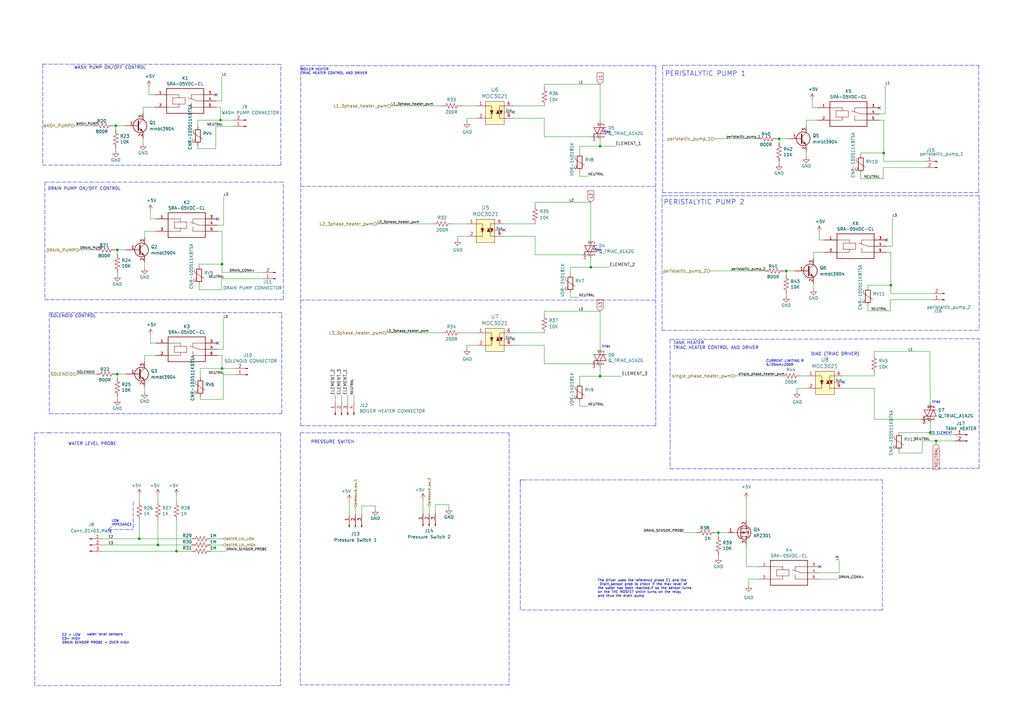
<source format=kicad_sch>
(kicad_sch (version 20211123) (generator eeschema)
  (paper "A3")
  (title_block (title "DISHWASHER") (date "2022-02-01") (rev "1") (company "STEEL FORM") (comment 2 "Reviewed by:") (comment 3 "Designed by: Robert Mutura Macharia") (comment 4 "STEEL FORM - DISHWASHER"))
  (junction (at 91.059 151.13))
  (junction (at 90.424 49.276))
  (junction (at 246.126 154.305))
  (junction (at 319.532 56.896))
  (junction (at 64.77 223.52))
  (junction (at 365.379 116.967))
  (junction (at 48.133 102.489))
  (junction (at 381.508 177.419))
  (junction (at 57.15 220.98))
  (junction (at 294.64 218.44))
  (junction (at 362.458 62.738))
  (junction (at 91.059 108.331))
  (junction (at 47.498 51.562))
  (junction (at 322.453 111.125))
  (junction (at 383.921 180.848))
  (junction (at 246.126 59.944))
  (junction (at 48.133 153.416))
  (junction (at 72.39 226.06))
  (junction (at 242.316 109.601))
  (no_connect (at 360.68 44.196))
  (no_connect (at 363.601 98.425))
  (no_connect (at 88.646 38.862))
  (no_connect (at 336.296 232.41))
  (no_connect (at 345.948 156.718))
  (no_connect (at 89.281 89.789))
  (no_connect (at 210.566 45.974))
  (no_connect (at 89.281 140.716))
  (no_connect (at 206.756 94.361))
  (no_connect (at 210.566 139.065))
  (wire (pts (xy 195.326 43.434) (xy 188.976 43.434)))
  (wire (pts (xy 362.204 73.279) (xy 362.204 68.707)))
  (wire (pts (xy 326.898 159.258) (xy 326.898 160.528)))
  (wire (pts (xy 291.338 111.125) (xy 313.817 111.125)))
  (wire (pts (xy 178.562 207.01) (xy 184.15 207.01)))
  (wire (pts (xy 61.722 140.716) (xy 63.881 140.716)))
  (wire (pts (xy 391.668 178.308) (xy 381.508 178.308)))
  (wire (pts (xy 153.924 207.518) (xy 153.924 208.788)))
  (wire (pts (xy 237.744 166.624) (xy 241.173 166.624)))
  (wire (pts (xy 336.042 98.425) (xy 338.201 98.425)))
  (wire (pts (xy 88.646 41.402) (xy 90.932 41.402)))
  (polyline (pts (xy 17.526 67.691) (xy 115.189 67.818)))
  (wire (pts (xy 58.674 58.928) (xy 58.674 56.642)))
  (wire (pts (xy 90.424 43.942) (xy 90.424 49.276)))
  (wire (pts (xy 31.496 153.416) (xy 39.751 153.416)))
  (wire (pts (xy 176.022 207.772) (xy 176.022 210.566)))
  (wire (pts (xy 81.153 59.563) (xy 81.153 60.96)))
  (wire (pts (xy 336.296 237.49) (xy 343.916 237.49)))
  (polyline (pts (xy 401.574 192.024) (xy 401.574 138.938)))
  (wire (pts (xy 137.541 165.1) (xy 137.541 161.925)))
  (wire (pts (xy 86.36 223.52) (xy 91.44 223.52)))
  (polyline (pts (xy 44.45 217.17) (xy 54.61 217.17)))
  (polyline (pts (xy 18.415 122.936) (xy 116.205 122.936)))
  (wire (pts (xy 306.07 204.724) (xy 306.07 213.36)))
  (wire (pts (xy 206.756 96.901) (xy 219.456 96.901)))
  (wire (pts (xy 61.087 35.687) (xy 61.087 38.862)))
  (polyline (pts (xy 123.19 177.546) (xy 123.19 280.924)))
  (wire (pts (xy 91.059 111.76) (xy 107.95 111.76)))
  (wire (pts (xy 82.169 162.56) (xy 82.169 163.83)))
  (wire (pts (xy 246.126 59.944) (xy 252.476 59.944)))
  (wire (pts (xy 246.126 127.635) (xy 246.126 142.875)))
  (wire (pts (xy 195.326 48.514) (xy 191.516 48.514)))
  (polyline (pts (xy 123.444 76.454) (xy 268.986 76.454)))
  (polyline (pts (xy 18.415 74.676) (xy 18.415 122.936)))
  (wire (pts (xy 47.498 61.849) (xy 47.498 60.833)))
  (wire (pts (xy 48.133 153.416) (xy 51.689 153.416)))
  (wire (pts (xy 41.91 220.98) (xy 57.15 220.98)))
  (wire (pts (xy 237.744 157.099) (xy 237.744 154.305)))
  (wire (pts (xy 41.91 223.52) (xy 64.77 223.52)))
  (wire (pts (xy 223.266 34.544) (xy 246.126 34.544)))
  (wire (pts (xy 233.934 112.395) (xy 233.934 109.601)))
  (wire (pts (xy 210.566 48.514) (xy 223.266 48.514)))
  (wire (pts (xy 145.161 165.1) (xy 145.161 161.925)))
  (wire (pts (xy 338.201 103.505) (xy 333.629 103.505)))
  (polyline (pts (xy 123.317 174.625) (xy 268.986 174.625)))
  (polyline (pts (xy 361.95 196.85) (xy 361.95 250.19)))
  (wire (pts (xy 90.805 118.872) (xy 90.805 114.3)))
  (wire (pts (xy 333.121 41.021) (xy 333.121 44.196)))
  (polyline (pts (xy 271.526 80.264) (xy 272.034 80.264)))
  (wire (pts (xy 173.482 210.566) (xy 173.482 204.978)))
  (wire (pts (xy 280.67 218.44) (xy 285.75 218.44)))
  (wire (pts (xy 365.379 103.505) (xy 365.379 116.967)))
  (wire (pts (xy 219.456 96.901) (xy 219.456 104.521)))
  (polyline (pts (xy 274.828 192.278) (xy 401.574 192.024)))
  (wire (pts (xy 353.06 63.5) (xy 353.06 62.738)))
  (wire (pts (xy 333.121 44.196) (xy 335.28 44.196)))
  (wire (pts (xy 72.39 226.06) (xy 78.74 226.06)))
  (wire (pts (xy 255.016 154.305) (xy 246.126 154.305)))
  (wire (pts (xy 246.126 34.544) (xy 246.126 49.784)))
  (wire (pts (xy 41.91 226.06) (xy 72.39 226.06)))
  (wire (pts (xy 91.059 94.869) (xy 91.059 108.331)))
  (wire (pts (xy 358.521 144.145) (xy 358.521 145.415)))
  (wire (pts (xy 301.498 154.178) (xy 320.548 154.178)))
  (wire (pts (xy 333.629 118.491) (xy 333.629 116.205)))
  (polyline (pts (xy 44.45 217.17) (xy 45.72 218.44)))
  (wire (pts (xy 330.708 64.262) (xy 330.708 61.976)))
  (wire (pts (xy 223.266 141.605) (xy 223.266 149.225)))
  (wire (pts (xy 381.508 177.419) (xy 381.508 178.308)))
  (wire (pts (xy 81.153 51.943) (xy 81.153 49.276)))
  (wire (pts (xy 223.266 127.635) (xy 223.266 128.905)))
  (wire (pts (xy 242.316 105.791) (xy 242.316 109.601)))
  (wire (pts (xy 246.126 57.404) (xy 246.126 59.944)))
  (wire (pts (xy 63.881 145.796) (xy 59.309 145.796)))
  (wire (pts (xy 358.521 144.145) (xy 381.381 144.145)))
  (wire (pts (xy 82.169 151.13) (xy 82.169 154.94)))
  (wire (pts (xy 365.125 122.936) (xy 382.27 122.936)))
  (wire (pts (xy 365.125 127.508) (xy 365.125 122.936)))
  (polyline (pts (xy 272.161 26.797) (xy 401.447 26.797)))
  (wire (pts (xy 219.456 82.931) (xy 242.316 82.931)))
  (polyline (pts (xy 115.189 67.818) (xy 115.189 26.416)))
  (wire (pts (xy 91.567 130.683) (xy 91.567 143.256)))
  (wire (pts (xy 355.981 116.967) (xy 365.379 116.967)))
  (wire (pts (xy 195.326 141.605) (xy 191.516 141.605)))
  (wire (pts (xy 358.648 159.258) (xy 358.648 171.958)))
  (wire (pts (xy 362.458 66.167) (xy 379.349 66.167)))
  (wire (pts (xy 233.934 109.601) (xy 242.316 109.601)))
  (wire (pts (xy 82.169 151.13) (xy 91.059 151.13)))
  (polyline (pts (xy 20.193 169.672) (xy 115.57 169.672)))
  (wire (pts (xy 368.681 177.419) (xy 381.508 177.419)))
  (wire (pts (xy 158.496 136.525) (xy 181.356 136.525)))
  (wire (pts (xy 195.326 136.525) (xy 188.976 136.525)))
  (wire (pts (xy 233.934 120.015) (xy 233.934 121.92)))
  (polyline (pts (xy 271.526 135.509) (xy 271.526 80.264)))
  (wire (pts (xy 330.708 154.178) (xy 328.168 154.178)))
  (wire (pts (xy 81.661 116.713) (xy 81.661 118.872)))
  (polyline (pts (xy 208.788 280.924) (xy 123.19 280.924)))
  (wire (pts (xy 148.336 211.074) (xy 148.336 207.518)))
  (wire (pts (xy 148.336 207.518) (xy 153.924 207.518)))
  (wire (pts (xy 59.309 158.496) (xy 59.309 160.782)))
  (wire (pts (xy 307.086 237.49) (xy 307.086 240.03)))
  (wire (pts (xy 81.153 49.276) (xy 90.424 49.276)))
  (wire (pts (xy 362.204 68.707) (xy 379.349 68.707)))
  (polyline (pts (xy 213.36 250.19) (xy 213.36 196.85)))
  (wire (pts (xy 223.266 34.544) (xy 223.266 35.814)))
  (wire (pts (xy 88.519 51.816) (xy 95.885 51.816)))
  (wire (pts (xy 61.722 89.789) (xy 63.881 89.789)))
  (wire (pts (xy 381.381 144.145) (xy 381.508 165.608)))
  (wire (pts (xy 345.948 159.258) (xy 358.648 159.258)))
  (wire (pts (xy 48.133 155.067) (xy 48.133 153.416)))
  (polyline (pts (xy 268.986 26.924) (xy 123.317 26.924)))
  (wire (pts (xy 237.744 62.738) (xy 237.744 59.944)))
  (polyline (pts (xy 213.36 196.85) (xy 213.36 198.12)))
  (wire (pts (xy 91.059 145.796) (xy 91.059 151.13)))
  (wire (pts (xy 86.36 226.06) (xy 92.71 226.06)))
  (wire (pts (xy 82.169 163.83) (xy 91.567 163.83)))
  (polyline (pts (xy 268.986 26.924) (xy 268.986 174.625)))
  (polyline (pts (xy 115.57 169.672) (xy 115.57 128.27)))
  (wire (pts (xy 330.708 49.276) (xy 330.708 51.816)))
  (wire (pts (xy 319.532 56.896) (xy 323.088 56.896)))
  (wire (pts (xy 145.796 208.28) (xy 145.796 211.074)))
  (polyline (pts (xy 208.788 177.546) (xy 208.788 280.924)))
  (wire (pts (xy 219.456 82.931) (xy 219.456 84.201)))
  (polyline (pts (xy 17.526 26.289) (xy 115.189 26.416)))
  (wire (pts (xy 47.371 153.416) (xy 48.133 153.416)))
  (wire (pts (xy 365.379 116.967) (xy 365.379 120.396)))
  (wire (pts (xy 353.06 62.738) (xy 362.458 62.738)))
  (wire (pts (xy 64.77 223.52) (xy 78.74 223.52)))
  (wire (pts (xy 154.686 91.821) (xy 177.546 91.821)))
  (wire (pts (xy 57.15 203.2) (xy 57.15 205.74)))
  (wire (pts (xy 306.07 223.52) (xy 306.07 232.41)))
  (wire (pts (xy 293.116 56.896) (xy 310.896 56.896)))
  (wire (pts (xy 90.932 41.402) (xy 90.932 31.369)))
  (wire (pts (xy 242.316 109.601) (xy 249.936 109.601)))
  (wire (pts (xy 223.266 136.525) (xy 210.566 136.525)))
  (wire (pts (xy 336.296 234.95) (xy 344.17 234.95)))
  (wire (pts (xy 91.059 108.331) (xy 91.059 111.76)))
  (wire (pts (xy 32.385 102.489) (xy 39.497 102.489)))
  (wire (pts (xy 237.744 70.358) (xy 237.744 72.263)))
  (wire (pts (xy 355.981 125.349) (xy 355.981 127.508)))
  (wire (pts (xy 184.15 207.01) (xy 184.15 208.28)))
  (wire (pts (xy 319.532 58.547) (xy 319.532 56.896)))
  (wire (pts (xy 90.424 49.276) (xy 95.885 49.276)))
  (wire (pts (xy 363.093 34.925) (xy 363.093 46.736)))
  (wire (pts (xy 294.64 218.44) (xy 294.64 219.964)))
  (wire (pts (xy 72.39 203.2) (xy 72.39 205.74)))
  (wire (pts (xy 219.456 104.521) (xy 238.506 104.521)))
  (wire (pts (xy 363.601 103.505) (xy 365.379 103.505)))
  (polyline (pts (xy 54.61 205.74) (xy 54.61 217.17)))
  (wire (pts (xy 191.516 96.901) (xy 187.706 96.901)))
  (wire (pts (xy 319.532 67.183) (xy 319.532 66.167)))
  (wire (pts (xy 59.309 109.855) (xy 59.309 107.569)))
  (polyline (pts (xy 401.574 80.264) (xy 401.574 135.509)))
  (wire (pts (xy 381.508 173.228) (xy 381.508 177.419)))
  (wire (pts (xy 64.77 203.2) (xy 64.77 205.74)))
  (wire (pts (xy 210.566 141.605) (xy 223.266 141.605)))
  (wire (pts (xy 318.516 56.896) (xy 319.532 56.896)))
  (polyline (pts (xy 271.526 135.509) (xy 401.574 135.509)))
  (wire (pts (xy 355.981 117.729) (xy 355.981 116.967)))
  (wire (pts (xy 363.601 100.965) (xy 366.014 100.965)))
  (wire (pts (xy 322.453 111.125) (xy 326.009 111.125)))
  (wire (pts (xy 362.458 62.738) (xy 362.458 66.167)))
  (wire (pts (xy 237.744 164.719) (xy 237.744 166.624)))
  (wire (pts (xy 63.881 94.869) (xy 59.309 94.869)))
  (wire (pts (xy 32.385 102.616) (xy 32.385 102.489)))
  (wire (pts (xy 140.081 165.1) (xy 140.081 161.925)))
  (wire (pts (xy 383.921 181.991) (xy 383.921 180.848)))
  (polyline (pts (xy 401.447 26.797) (xy 401.447 78.994)))
  (wire (pts (xy 191.516 91.821) (xy 185.166 91.821)))
  (wire (pts (xy 47.117 102.489) (xy 48.133 102.489)))
  (wire (pts (xy 294.64 228.6) (xy 294.64 227.584)))
  (polyline (pts (xy 20.193 128.27) (xy 115.57 128.27)))
  (polyline (pts (xy 123.317 26.924) (xy 123.317 174.625)))
  (wire (pts (xy 81.661 109.093) (xy 81.661 108.331)))
  (wire (pts (xy 89.281 143.256) (xy 91.567 143.256)))
  (wire (pts (xy 360.68 46.736) (xy 363.093 46.736)))
  (polyline (pts (xy 271.907 80.264) (xy 401.574 80.264)))
  (wire (pts (xy 321.437 111.125) (xy 322.453 111.125)))
  (wire (pts (xy 335.28 49.276) (xy 330.708 49.276)))
  (wire (pts (xy 378.206 180.848) (xy 383.921 180.848)))
  (wire (pts (xy 368.681 185.039) (xy 368.681 185.801)))
  (wire (pts (xy 59.309 94.869) (xy 59.309 97.409)))
  (wire (pts (xy 61.722 86.614) (xy 61.722 89.789)))
  (polyline (pts (xy 14.224 281.178) (xy 14.224 177.546)))
  (polyline (pts (xy 123.19 123.063) (xy 268.986 123.063)))
  (wire (pts (xy 160.401 43.434) (xy 181.356 43.434)))
  (polyline (pts (xy 17.526 26.289) (xy 17.526 67.691)))
  (wire (pts (xy 333.629 103.505) (xy 333.629 106.045)))
  (wire (pts (xy 88.646 43.942) (xy 90.424 43.942)))
  (wire (pts (xy 336.042 95.25) (xy 336.042 98.425)))
  (wire (pts (xy 223.266 48.514) (xy 223.266 56.134)))
  (wire (pts (xy 391.668 180.848) (xy 383.921 180.848)))
  (wire (pts (xy 90.805 114.3) (xy 107.95 114.3)))
  (polyline (pts (xy 44.45 217.17) (xy 45.72 215.9)))
  (wire (pts (xy 88.519 60.96) (xy 88.519 51.816)))
  (polyline (pts (xy 361.95 250.19) (xy 213.36 250.19)))
  (wire (pts (xy 358.648 154.178) (xy 345.948 154.178)))
  (wire (pts (xy 61.722 137.541) (xy 61.722 140.716)))
  (wire (pts (xy 72.39 213.36) (xy 72.39 226.06)))
  (wire (pts (xy 142.621 165.1) (xy 142.621 161.925)))
  (wire (pts (xy 48.133 104.14) (xy 48.133 102.489)))
  (wire (pts (xy 89.281 92.329) (xy 91.694 92.329)))
  (wire (pts (xy 322.453 112.776) (xy 322.453 111.125)))
  (wire (pts (xy 89.281 94.869) (xy 91.059 94.869)))
  (wire (pts (xy 242.316 82.931) (xy 242.316 98.171)))
  (wire (pts (xy 91.694 80.518) (xy 91.694 92.329)))
  (wire (pts (xy 48.133 102.489) (xy 51.689 102.489)))
  (wire (pts (xy 360.68 49.276) (xy 362.458 49.276)))
  (wire (pts (xy 330.708 159.258) (xy 326.898 159.258)))
  (wire (pts (xy 355.981 127.508) (xy 365.125 127.508)))
  (wire (pts (xy 322.453 121.412) (xy 322.453 120.396)))
  (wire (pts (xy 353.06 73.279) (xy 362.204 73.279)))
  (wire (pts (xy 358.521 153.035) (xy 358.648 154.178)))
  (polyline (pts (xy 115.062 177.546) (xy 115.062 281.178)))
  (polyline (pts (xy 271.78 78.994) (xy 271.78 26.797)))
  (wire (pts (xy 61.087 38.862) (xy 63.246 38.862)))
  (wire (pts (xy 191.516 141.605) (xy 191.516 142.875)))
  (wire (pts (xy 91.567 153.67) (xy 96.52 153.67)))
  (wire (pts (xy 81.661 108.331) (xy 91.059 108.331)))
  (polyline (pts (xy 271.78 26.797) (xy 272.288 26.797)))
  (wire (pts (xy 63.246 43.942) (xy 58.674 43.942)))
  (wire (pts (xy 358.648 171.958) (xy 377.698 171.958)))
  (wire (pts (xy 233.934 121.92) (xy 237.363 121.92)))
  (wire (pts (xy 310.896 237.49) (xy 307.086 237.49)))
  (wire (pts (xy 59.309 145.796) (xy 59.309 148.336)))
  (polyline (pts (xy 274.828 139.192) (xy 274.828 192.278)))
  (polyline (pts (xy 20.193 128.27) (xy 20.193 169.672)))
  (wire (pts (xy 293.37 218.44) (xy 294.64 218.44)))
  (wire (pts (xy 91.567 163.83) (xy 91.567 153.67)))
  (wire (pts (xy 223.266 149.225) (xy 242.316 149.225)))
  (wire (pts (xy 223.266 127.635) (xy 246.126 127.635)))
  (polyline (pts (xy 214.63 196.85) (xy 361.95 196.85)))
  (wire (pts (xy 219.456 91.821) (xy 206.756 91.821)))
  (wire (pts (xy 237.744 72.263) (xy 241.173 72.263)))
  (wire (pts (xy 48.133 163.703) (xy 48.133 162.687)))
  (polyline (pts (xy 14.224 177.546) (xy 20.32 177.546)))
  (wire (pts (xy 57.15 220.98) (xy 78.74 220.98)))
  (polyline (pts (xy 214.63 196.85) (xy 213.36 196.85)))
  (polyline (pts (xy 123.19 177.546) (xy 208.788 177.546)))
  (wire (pts (xy 191.516 48.514) (xy 191.516 49.784)))
  (wire (pts (xy 81.661 118.872) (xy 90.805 118.872)))
  (wire (pts (xy 237.744 154.305) (xy 246.126 154.305)))
  (wire (pts (xy 353.06 71.12) (xy 353.06 73.279)))
  (wire (pts (xy 46.101 51.562) (xy 47.498 51.562)))
  (wire (pts (xy 366.014 89.154) (xy 366.014 100.965)))
  (wire (pts (xy 294.64 218.44) (xy 298.45 218.44)))
  (wire (pts (xy 86.36 220.98) (xy 91.44 220.98)))
  (wire (pts (xy 57.15 213.36) (xy 57.15 220.98)))
  (wire (pts (xy 310.896 232.41) (xy 306.07 232.41)))
  (wire (pts (xy 362.458 49.276) (xy 362.458 62.738)))
  (polyline (pts (xy 19.812 177.546) (xy 115.062 177.546)))
  (wire (pts (xy 187.706 96.901) (xy 187.706 98.171)))
  (wire (pts (xy 178.562 210.566) (xy 178.562 207.01)))
  (wire (pts (xy 223.266 43.434) (xy 210.566 43.434)))
  (wire (pts (xy 47.498 51.562) (xy 51.054 51.562)))
  (wire (pts (xy 30.607 51.562) (xy 38.481 51.562)))
  (wire (pts (xy 246.126 150.495) (xy 246.126 154.305)))
  (wire (pts (xy 47.498 53.213) (xy 47.498 51.562)))
  (wire (pts (xy 89.281 145.796) (xy 91.059 145.796)))
  (wire (pts (xy 81.153 60.96) (xy 88.519 60.96)))
  (wire (pts (xy 58.674 43.942) (xy 58.674 46.482)))
  (polyline (pts (xy 115.062 281.178) (xy 14.224 281.178)))
  (wire (pts (xy 368.681 185.801) (xy 378.206 185.801)))
  (polyline (pts (xy 274.828 139.192) (xy 401.574 138.938)))
  (wire (pts (xy 143.256 211.074) (xy 143.256 205.486)))
  (wire (pts (xy 344.17 229.87) (xy 344.17 234.95)))
  (wire (pts (xy 64.77 213.36) (xy 64.77 223.52)))
  (wire (pts (xy 223.266 56.134) (xy 242.316 56.134)))
  (polyline (pts (xy 401.447 78.994) (xy 271.78 78.994)))
  (polyline (pts (xy 116.205 122.936) (xy 116.205 74.676)))
  (wire (pts (xy 378.206 185.801) (xy 378.206 180.848)))
  (wire (pts (xy 237.744 59.944) (xy 246.126 59.944)))
  (wire (pts (xy 365.379 120.396) (xy 382.27 120.396)))
  (polyline (pts (xy 18.415 74.676) (xy 116.205 74.676)))
  (wire (pts (xy 91.059 151.13) (xy 96.52 151.13)))
  (wire (pts (xy 48.133 112.776) (xy 48.133 111.76)))
  (text "TO ELEMENT" (at 381.508 178.308 0) (effects (font (size 0.9906 0.9906)) (justify left bottom)))
  (text "triac" (at 243.078 103.124 0) (effects (font (size 0.9906 0.9906)) (justify left bottom)))
  (text "WATER LEVEL PROBE" (at 27.94 182.88 0) (effects (font (size 1.27 1.27)) (justify left bottom)))
  (text "triac" (at 246.888 54.737 0) (effects (font (size 0.9906 0.9906)) (justify left bottom)))
  (text "CURRENT LIMITING R\n5/25mA=200R" (at 314.198 150.368 0) (effects (font (size 0.9906 0.9906)) (justify left bottom)))
  (text "TANK HEATER\nTRIAC HEATER CONTROL AND DRIVER" (at 276.098 143.51 0) (effects (font (size 1.27 1.27)) (justify left bottom)))
  (text "DIAC (TRIAC DRIVER)" (at 332.613 146.05 0) (effects (font (size 1.27 1.27)) (justify left bottom)))
  (text "WASH PUMP ON/OFF CONTROL" (at 30.353 28.575 0) (effects (font (size 1.27 1.27)) (justify left bottom)))
  (text "SOLENOID CONTROL " (at 20.447 130.429 0) (effects (font (size 1.27 1.27)) (justify left bottom)))
  (text "PERISTALYTIC PUMP 1" (at 272.669 31.496 0) (effects (font (size 2 2)) (justify left bottom)))
  (text "BOILER HEATER\nTRIAC HEATER CONTROL AND DRIVER" (at 123.317 30.734 0) (effects (font (size 0.9906 0.9906)) (justify left bottom)))
  (text "E2 = LOW\nE3= HIGH\nDRAIN SENSOR PROBE = OVER HIGH" (at 25.4 264.287 0) (effects (font (size 0.9906 0.9906)) (justify left bottom)))
  (text "PRESSURE SWITCH" (at 127.508 182.118 0) (effects (font (size 1.27 1.27)) (justify left bottom)))
  (text "The driver uses the reference probe E1 and the\n Drain_sensor prob to check if the max level of\nthe water has been reached.If so the sensor turns\non the THE MOSFET which turns on the relay\nand thus the drain pump" (at 245.11 245.11 0) (effects (font (size 0.9906 0.9906)) (justify left bottom)))
  (text "PERISTALYTIC PUMP 2\n" (at 272.161 84.201 0) (effects (font (size 2 2)) (justify left bottom)))
  (text "triac" (at 246.888 142.748 0) (effects (font (size 0.9906 0.9906)) (justify left bottom)))
  (text "LOW \nIMPEDANCE" (at 45.72 215.9 0) (effects (font (size 0.9906 0.9906)) (justify left bottom)))
  (text "triac" (at 382.27 165.481 0) (effects (font (size 0.9906 0.9906)) (justify left bottom)))
  (text "DRAIN PUMP ON/OFF CONTROL" (at 19.558 78.232 0) (effects (font (size 1.27 1.27)) (justify left bottom)))
  (text "water level sensors" (at 35.56 260.858 0) (effects (font (size 0.9906 0.9906)) (justify left bottom)))
  (label "DRAIN_PUMP" (at 32.766 102.489 0) (effects (font (size 0.9906 0.9906))))
  (label "E3" (at 44.45 223.52 0) (effects (font (size 0.9906 0.9906))))
  (label "ELEMENT_3" (at 255.016 154.305 0))
  (label "L1" (at 237.236 34.544 0) (effects (font (size 0.9906 0.9906))))
  (label "L1" (at 372.491 144.145 0) (effects (font (size 0.9906 0.9906))))
  (label "peristaltic_pump_1" (at 297.815 56.896 0) (effects (font (size 0.9906 0.9906))))
  (label "ELEMENT_1" (at 252.476 59.944 0))
  (label "ELEMENT_2" (at 137.541 161.925 90))
  (label "NEUTRAL" (at 381.508 180.848 180) (effects (font (size 0.9906 0.9906))))
  (label "ELEMENT_2" (at 249.936 109.601 0))
  (label "L2_3phase_heater_pwm" (at 154.686 91.821 0) (effects (font (size 0.9906 0.9906))))
  (label "ELEMENT_1" (at 142.621 161.925 90))
  (label "L2" (at 233.426 82.931 0) (effects (font (size 0.9906 0.9906))))
  (label "NEUTRAL" (at 237.363 121.92 0) (effects (font (size 0.9906 0.9906))))
  (label "DRAIN_SENSOR_PROBE" (at 92.71 226.06 0) (effects (font (size 0.9906 0.9906))))
  (label "L3" (at 366.014 89.154 0) (effects (font (size 0.9906 0.9906))))
  (label "WASH_PUMP" (at 31.115 51.562 0) (effects (font (size 0.9906 0.9906))))
  (label "L3_3phase_heater_pwm" (at 158.496 136.525 0) (effects (font (size 0.9906 0.9906))))
  (label "L3" (at 237.236 127.635 0) (effects (font (size 0.9906 0.9906))))
  (label "L3" (at 344.17 229.87 90) (effects (font (size 0.9906 0.9906))))
  (label "NEUTRAL" (at 363.855 127.508 180) (effects (font (size 0.9906 0.9906))))
  (label "NEUTRAL" (at 92.075 153.67 180) (effects (font (size 0.9906 0.9906))))
  (label "NEUTRAL" (at 241.173 166.624 0) (effects (font (size 0.9906 0.9906))))
  (label "DRAIN_CONN+" (at 93.98 111.76 0) (effects (font (size 0.9906 0.9906))))
  (label "E2" (at 44.45 220.98 0) (effects (font (size 0.9906 0.9906))))
  (label "DRAIN_CONN+" (at 343.916 237.49 0) (effects (font (size 0.9906 0.9906))))
  (label "NEUTRAL" (at 145.161 161.925 90) (effects (font (size 0.9906 0.9906))))
  (label "DRAIN_SENSOR_PROBE" (at 280.67 218.44 180) (effects (font (size 0.9906 0.9906))))
  (label "ELEMENT_3" (at 140.081 161.925 90))
  (label "SOLENOID" (at 31.496 153.416 0) (effects (font (size 0.9906 0.9906))))
  (label "L1" (at 90.932 31.369 0) (effects (font (size 0.9906 0.9906))))
  (label "L3" (at 91.567 130.683 0) (effects (font (size 0.9906 0.9906))))
  (label "L3" (at 91.694 80.518 0) (effects (font (size 0.9906 0.9906))))
  (label "L1_3phase_heater_pwm" (at 160.401 43.434 0) (effects (font (size 0.9906 0.9906))))
  (label "L1" (at 363.093 34.925 0) (effects (font (size 0.9906 0.9906))))
  (label "NEUTRAL" (at 360.934 73.279 180) (effects (font (size 0.9906 0.9906))))
  (label "NEUTRAL" (at 92.075 114.3 180) (effects (font (size 0.9906 0.9906))))
  (label "NEUTRAL" (at 91.44 51.816 180) (effects (font (size 0.9906 0.9906))))
  (label "single_phase_heater_pwm" (at 302.768 154.178 0) (effects (font (size 0.9906 0.9906))))
  (label "NEUTRAL" (at 241.173 72.263 0) (effects (font (size 0.9906 0.9906))))
  (label "peristaltic_pump_2" (at 299.847 111.125 0) (effects (font (size 0.9906 0.9906))))
  (global_label "L3" (shape input) (at 246.126 127.635 90) (property "Intersheet References" "${INTERSHEET_REFS}" (effects hide)))
  (global_label "NEUTRAL" (shape input) (at 383.921 181.991 270) (property "Intersheet References" "${INTERSHEET_REFS}" (effects hide)))
  (global_label "L2" (shape input) (at 242.316 82.931 90) (property "Intersheet References" "${INTERSHEET_REFS}" (effects hide)))
  (global_label "L1" (shape input) (at 246.126 34.544 90) (property "Intersheet References" "${INTERSHEET_REFS}" (effects hide)))
  (hierarchical_label "single_phase_heater_pwm" (shape input) (at 301.498 154.178 180))
  (hierarchical_label "peristaltic_pump_1" (shape input) (at 293.116 56.896 180))
  (hierarchical_label "WATER_LVL_HIGH" (shape input) (at 91.44 223.52 0) (effects (font (size 0.9906 0.9906))))
  (hierarchical_label "pressure_sw_1" (shape input) (at 145.796 208.28 90) (effects (font (size 0.9906 0.9906))))
  (hierarchical_label "WATER_LVL_LOW" (shape input) (at 91.44 220.98 0) (effects (font (size 0.9906 0.9906))))
  (hierarchical_label "pressure_sw_2" (shape input) (at 176.022 207.772 90) (effects (font (size 0.9906 0.9906))))
  (hierarchical_label "L3_3phase_heater_pwm" (shape input) (at 158.496 136.525 180))
  (hierarchical_label "peristaltic_pump_2" (shape input) (at 291.338 111.125 180))
  (hierarchical_label "WASH_PUMP" (shape input) (at 30.607 51.562 180))
  (hierarchical_label "L1_3phase_heater_pwm" (shape input) (at 160.401 43.434 180))
  (hierarchical_label "SOLENOID" (shape input) (at 31.496 153.416 180))
  (hierarchical_label "DRAIN_PUMP" (shape input) (at 32.385 102.616 180))
  (hierarchical_label "L2_3phase_heater_pwm" (shape input) (at 154.686 91.821 180))
  (symbol (lib_name "MOC3021_1") (lib_id "dk_Optoisolators-Triac-SCR-Output:MOC3021") (at 338.328 156.718 0) (unit 1)
    (property "Reference" "U8" (at 338.328 147.5232 0) (effects (font (size 1.524 1.524))))
    (property "Value" "MOC3021" (at 338.328 150.2156 0) (effects (font (size 1.524 1.524))))
    (property "Footprint" "digikey-footprints:DIP-6_W7.62mm" (effects hide))
    (property "Datasheet" "http://optoelectronics.liteon.com/upload/download/DS-70-99-0019/MOC302X%20series%20201606.pdf" (effects hide))
    (property "Digi-Key_PN" "160-1374-5-ND" (effects hide))
    (property "MPN" "MOC3021" (effects hide))
    (property "Category" "Isolators" (effects hide))
    (property "Family" "Optoisolators - Triac, SCR Output" (effects hide))
    (property "DK_Datasheet_Link" "http://optoelectronics.liteon.com/upload/download/DS-70-99-0019/MOC302X%20series%20201606.pdf" (effects hide))
    (property "DK_Detail_Page" "/product-detail/en/lite-on-inc/MOC3021/160-1374-5-ND/385844" (effects hide))
    (property "Description" "OPTOISOLATOR 5KV TRIAC 6DIP" (effects hide))
    (property "Manufacturer" "Lite-On Inc." (effects hide))
    (property "Status" "Active" (effects hide))
  )
  (symbol (lib_id "Device:R_US") (at 324.358 154.178 270) (unit 1)
    (property "Reference" "R44" (at 324.358 151.638 90))
    (property "Value" "200R" (at 324.358 156.718 90))
    (property "Footprint" "Resistor_SMD:R_0402_1005Metric" (effects hide))
  )
  (symbol (lib_id "power:GND") (at 326.898 160.528 0) (unit 1)
    (property "Reference" "#PWR069" (effects hide))
    (property "Value" "GND" (at 327.025 164.9222 0))
  )
  (symbol (lib_id "Device:R_US") (at 358.521 149.225 0) (unit 1)
    (property "Reference" "R45" (at 362.331 147.955 0))
    (property "Value" "10K" (at 362.331 150.495 0))
    (property "Footprint" "Resistor_SMD:R_0402_1005Metric" (effects hide))
  )
  (symbol (lib_id "Device:Q_TRIAC_A1A2G") (at 381.508 169.418 0) (unit 1)
    (property "Reference" "D7" (at 384.7592 168.2496 0) (effects (justify left)))
    (property "Value" "Q_TRIAC_A1A2G" (at 384.7592 170.561 0) (effects (justify left)))
    (property "Footprint" "Package_TO_SOT_THT:TO-220-3_Vertical" (effects hide))
    (property "MPN" "MAC223A6,127" (effects hide))
  )
  (symbol (lib_id "Connector:Conn_01x02_Male") (at 396.748 178.308 0) (mirror y) (unit 1)
    (property "Reference" "J17" (at 394.0048 173.7106 0))
    (property "Value" "TANK HEATER" (at 394.208 175.768 0))
    (property "Footprint" "greencharge-footprints:KF8500-2PIN" (effects hide))
  )
  (symbol (lib_id "Device:Q_TRIAC_A1A2G") (at 246.126 53.594 0) (unit 1)
    (property "Reference" "D5" (at 249.3772 52.4256 0) (effects (justify left)))
    (property "Value" "Q_TRIAC_A1A2G" (at 249.3772 54.737 0) (effects (justify left)))
    (property "Footprint" "Package_TO_SOT_THT:TO-220-3_Vertical" (effects hide))
    (property "MPN" "MAC223A6,127" (effects hide))
  )
  (symbol (lib_id "Device:R_US") (at 223.266 39.624 0) (unit 1)
    (property "Reference" "R36" (at 227.076 38.354 0))
    (property "Value" "10K" (at 227.076 40.894 0))
    (property "Footprint" "Resistor_SMD:R_0402_1005Metric" (effects hide))
  )
  (symbol (lib_id "power:GND") (at 191.516 49.784 0) (unit 1)
    (property "Reference" "#PWR062" (effects hide))
    (property "Value" "GND" (at 191.643 54.1782 0))
  )
  (symbol (lib_id "Device:R_US") (at 185.166 43.434 270) (unit 1)
    (property "Reference" "R33" (at 185.166 40.894 90))
    (property "Value" "200R" (at 185.166 45.974 90))
    (property "Footprint" "Resistor_SMD:R_0402_1005Metric" (effects hide))
  )
  (symbol (lib_name "MOC3021_3") (lib_id "dk_Optoisolators-Triac-SCR-Output:MOC3021") (at 202.946 45.974 0) (unit 1)
    (property "Reference" "U6" (at 202.946 36.7792 0) (effects (font (size 1.524 1.524))))
    (property "Value" "MOC3021" (at 202.946 39.4716 0) (effects (font (size 1.524 1.524))))
    (property "Footprint" "digikey-footprints:DIP-6_W7.62mm" (effects hide))
    (property "Datasheet" "http://optoelectronics.liteon.com/upload/download/DS-70-99-0019/MOC302X%20series%20201606.pdf" (effects hide))
    (property "Digi-Key_PN" "160-1374-5-ND" (effects hide))
    (property "MPN" "MOC3021" (effects hide))
    (property "Category" "Isolators" (effects hide))
    (property "Family" "Optoisolators - Triac, SCR Output" (effects hide))
    (property "DK_Datasheet_Link" "http://optoelectronics.liteon.com/upload/download/DS-70-99-0019/MOC302X%20series%20201606.pdf" (effects hide))
    (property "DK_Detail_Page" "/product-detail/en/lite-on-inc/MOC3021/160-1374-5-ND/385844" (effects hide))
    (property "Description" "OPTOISOLATOR 5KV TRIAC 6DIP" (effects hide))
    (property "Manufacturer" "Lite-On Inc." (effects hide))
    (property "Status" "Active" (effects hide))
  )
  (symbol (lib_id "Device:Q_TRIAC_A1A2G") (at 242.316 101.981 0) (unit 1)
    (property "Reference" "D4" (at 245.5672 100.8126 0) (effects (justify left)))
    (property "Value" "Q_TRIAC_A1A2G" (at 245.5672 103.124 0) (effects (justify left)))
    (property "Footprint" "Package_TO_SOT_THT:TO-220-3_Vertical" (effects hide))
    (property "MPN" "MAC223A6,127" (effects hide))
  )
  (symbol (lib_id "Device:R_US") (at 219.456 88.011 0) (unit 1)
    (property "Reference" "R35" (at 223.266 86.741 0))
    (property "Value" "10K" (at 223.266 89.281 0))
    (property "Footprint" "Resistor_SMD:R_0402_1005Metric" (effects hide))
  )
  (symbol (lib_id "power:GND") (at 187.706 98.171 0) (unit 1)
    (property "Reference" "#PWR061" (effects hide))
    (property "Value" "GND" (at 187.833 102.5652 0))
  )
  (symbol (lib_id "Device:R_US") (at 181.356 91.821 270) (unit 1)
    (property "Reference" "R32" (at 181.356 89.281 90))
    (property "Value" "200R" (at 181.356 94.361 90))
    (property "Footprint" "Resistor_SMD:R_0402_1005Metric" (effects hide))
  )
  (symbol (lib_name "MOC3021_2") (lib_id "dk_Optoisolators-Triac-SCR-Output:MOC3021") (at 199.136 94.361 0) (unit 1)
    (property "Reference" "U5" (at 199.136 85.1662 0) (effects (font (size 1.524 1.524))))
    (property "Value" "MOC3021" (at 199.136 87.8586 0) (effects (font (size 1.524 1.524))))
    (property "Footprint" "digikey-footprints:DIP-6_W7.62mm" (effects hide))
    (property "Datasheet" "http://optoelectronics.liteon.com/upload/download/DS-70-99-0019/MOC302X%20series%20201606.pdf" (effects hide))
    (property "Digi-Key_PN" "160-1374-5-ND" (effects hide))
    (property "MPN" "MOC3021" (effects hide))
    (property "Category" "Isolators" (effects hide))
    (property "Family" "Optoisolators - Triac, SCR Output" (effects hide))
    (property "DK_Datasheet_Link" "http://optoelectronics.liteon.com/upload/download/DS-70-99-0019/MOC302X%20series%20201606.pdf" (effects hide))
    (property "DK_Detail_Page" "/product-detail/en/lite-on-inc/MOC3021/160-1374-5-ND/385844" (effects hide))
    (property "Description" "OPTOISOLATOR 5KV TRIAC 6DIP" (effects hide))
    (property "Manufacturer" "Lite-On Inc." (effects hide))
    (property "Status" "Active" (effects hide))
  )
  (symbol (lib_id "Device:Q_TRIAC_A1A2G") (at 246.126 146.685 0) (unit 1)
    (property "Reference" "D6" (at 249.3772 145.5166 0) (effects (justify left)))
    (property "Value" "Q_TRIAC_A1A2G" (at 249.3772 147.828 0) (effects (justify left)))
    (property "Footprint" "Package_TO_SOT_THT:TO-220-3_Vertical" (effects hide))
    (property "MPN" "MAC223A6,127" (effects hide))
  )
  (symbol (lib_id "Device:R_US") (at 223.266 132.715 0) (unit 1)
    (property "Reference" "R37" (at 227.076 131.445 0))
    (property "Value" "10K" (at 227.076 133.985 0))
    (property "Footprint" "Resistor_SMD:R_0402_1005Metric" (effects hide))
  )
  (symbol (lib_id "power:GND") (at 191.516 142.875 0) (unit 1)
    (property "Reference" "#PWR063" (effects hide))
    (property "Value" "GND" (at 191.643 147.2692 0))
  )
  (symbol (lib_id "Device:R_US") (at 185.166 136.525 270) (unit 1)
    (property "Reference" "R34" (at 185.166 133.985 90))
    (property "Value" "200R" (at 185.166 139.065 90))
    (property "Footprint" "Resistor_SMD:R_0402_1005Metric" (effects hide))
  )
  (symbol (lib_name "MOC3021_4") (lib_id "dk_Optoisolators-Triac-SCR-Output:MOC3021") (at 202.946 139.065 0) (unit 1)
    (property "Reference" "U7" (at 202.946 129.8702 0) (effects (font (size 1.524 1.524))))
    (property "Value" "MOC3021" (at 202.946 132.5626 0) (effects (font (size 1.524 1.524))))
    (property "Footprint" "digikey-footprints:DIP-6_W7.62mm" (effects hide))
    (property "Datasheet" "http://optoelectronics.liteon.com/upload/download/DS-70-99-0019/MOC302X%20series%20201606.pdf" (effects hide))
    (property "Digi-Key_PN" "160-1374-5-ND" (effects hide))
    (property "MPN" "MOC3021" (effects hide))
    (property "Category" "Isolators" (effects hide))
    (property "Family" "Optoisolators - Triac, SCR Output" (effects hide))
    (property "DK_Datasheet_Link" "http://optoelectronics.liteon.com/upload/download/DS-70-99-0019/MOC302X%20series%20201606.pdf" (effects hide))
    (property "DK_Detail_Page" "/product-detail/en/lite-on-inc/MOC3021/160-1374-5-ND/385844" (effects hide))
    (property "Description" "OPTOISOLATOR 5KV TRIAC 6DIP" (effects hide))
    (property "Manufacturer" "Lite-On Inc." (effects hide))
    (property "Status" "Active" (effects hide))
  )
  (symbol (lib_id "Connector:Conn_01x04_Male") (at 140.081 170.18 90) (unit 1)
    (property "Reference" "J12" (at 147.3962 166.2684 90) (effects (justify right)))
    (property "Value" "BOILER HEATER CONNECTOR" (at 147.3962 168.5798 90) (effects (justify right)))
    (property "Footprint" "greencharge-footprints:KF8500-4PIN" (effects hide))
  )
  (symbol (lib_id "Connector:Conn_01x02_Male") (at 384.429 66.167 0) (mirror y) (unit 1)
    (property "Reference" "J15" (at 381.6858 61.5696 0))
    (property "Value" "peristaltic_pump_1" (at 386.207 63.119 0))
    (property "Footprint" "greencharge-footprints:SHDR2W100P0X508_1X2_1070X900X1380P" (effects hide))
  )
  (symbol (lib_id "Connector:Conn_01x02_Male") (at 387.35 122.936 180) (unit 1)
    (property "Reference" "J16" (at 384.6068 127.5334 0))
    (property "Value" "peristaltic_pump_2" (at 389.128 125.984 0))
    (property "Footprint" "greencharge-footprints:SHDR2W100P0X508_1X2_1070X900X1380P" (effects hide))
  )
  (symbol (lib_id "9-1440003-0:9-1440003-0") (at 76.581 143.256 0) (unit 1)
    (property "Reference" "K3" (at 76.581 133.9342 0))
    (property "Value" "SRA-05VDC-CL" (at 76.581 136.2456 0))
    (property "Footprint" "greencharge-footprints:SRA-05VDC-CL" (effects hide))
    (property "Comment" "SRA-05VDC-CL" (effects hide))
  )
  (symbol (lib_id "power:+5V") (at 61.722 137.541 0) (unit 1)
    (property "Reference" "#PWR054" (effects hide))
    (property "Value" "+5V" (at 62.103 133.1468 0))
  )
  (symbol (lib_id "Device:R_US") (at 48.133 158.877 0) (unit 1)
    (property "Reference" "R25" (at 49.8602 157.7086 0) (effects (justify left)))
    (property "Value" "10K" (at 49.8602 160.02 0) (effects (justify left)))
    (property "Footprint" "Resistor_SMD:R_0402_1005Metric" (effects hide))
  )
  (symbol (lib_id "power:GND") (at 59.309 160.782 0) (unit 1)
    (property "Reference" "#PWR051" (effects hide))
    (property "Value" "GND" (at 59.309 164.592 0))
  )
  (symbol (lib_id "power:GND") (at 48.133 163.703 0) (unit 1)
    (property "Reference" "#PWR047" (effects hide))
    (property "Value" "GND" (at 48.133 167.513 0))
  )
  (symbol (lib_id "Connector:Conn_01x02_Male") (at 101.6 153.67 180) (unit 1)
    (property "Reference" "J10" (at 99.822 145.669 0) (effects (justify right)))
    (property "Value" "SOLENOID CONNECTOR" (at 91.948 148.082 0) (effects (justify right)))
    (property "Footprint" "greencharge-footprints:SHDR2W100P0X508_1X2_1070X900X1380P" (effects hide))
  )
  (symbol (lib_id "Device:R_US") (at 43.561 153.416 90) (unit 1)
    (property "Reference" "R22" (at 44.958 151.511 90) (effects (justify left)))
    (property "Value" "800R" (at 45.593 155.829 90) (effects (justify left)))
    (property "Footprint" "Resistor_SMD:R_0402_1005Metric" (effects hide))
  )
  (symbol (lib_id "Device:R_US") (at 43.307 102.489 90) (unit 1)
    (property "Reference" "R21" (at 44.704 100.584 90) (effects (justify left)))
    (property "Value" "800R" (at 45.339 104.902 90) (effects (justify left)))
    (property "Footprint" "Resistor_SMD:R_0402_1005Metric" (effects hide))
  )
  (symbol (lib_id "9-1440003-0:9-1440003-0") (at 76.581 92.329 0) (unit 1)
    (property "Reference" "K2" (at 76.581 83.0072 0))
    (property "Value" "SRA-05VDC-CL" (at 76.581 85.3186 0))
    (property "Footprint" "greencharge-footprints:SRA-05VDC-CL" (effects hide))
    (property "Comment" "SRA-05VDC-CL" (effects hide))
  )
  (symbol (lib_id "power:+5V") (at 61.722 86.614 0) (unit 1)
    (property "Reference" "#PWR053" (effects hide))
    (property "Value" "+5V" (at 62.103 82.2198 0))
  )
  (symbol (lib_id "Device:R_US") (at 48.133 107.95 0) (unit 1)
    (property "Reference" "R24" (at 49.8602 106.7816 0) (effects (justify left)))
    (property "Value" "10K" (at 49.8602 109.093 0) (effects (justify left)))
    (property "Footprint" "Resistor_SMD:R_0402_1005Metric" (effects hide))
  )
  (symbol (lib_id "power:GND") (at 59.309 109.855 0) (unit 1)
    (property "Reference" "#PWR050" (effects hide))
    (property "Value" "GND" (at 59.309 113.665 0))
  )
  (symbol (lib_id "power:GND") (at 48.133 112.776 0) (unit 1)
    (property "Reference" "#PWR046" (effects hide))
    (property "Value" "GND" (at 48.133 116.586 0))
  )
  (symbol (lib_id "Connector:Conn_01x02_Male") (at 113.03 114.3 180) (unit 1)
    (property "Reference" "J11" (at 107.95 115.57 0) (effects (justify right)))
    (property "Value" "DRAIN PUMP CONNECTOR" (at 91.44 118.11 0) (effects (justify right)))
    (property "Footprint" "greencharge-footprints:SHDR2W100P0X508_1X2_1070X900X1380P" (effects hide))
    (property "MPN" " XY126V-5.0-2P" (effects hide))
  )
  (symbol (lib_id "9-1440003-0:9-1440003-0") (at 75.946 41.402 0) (unit 1)
    (property "Reference" "K1" (at 75.946 32.0802 0))
    (property "Value" "SRA-05VDC-CL" (at 75.946 34.3916 0))
    (property "Footprint" "greencharge-footprints:SRA-05VDC-CL" (effects hide))
    (property "Comment" "SRA-05VDC-CL" (effects hide))
  )
  (symbol (lib_id "power:+5V") (at 61.087 35.687 0) (unit 1)
    (property "Reference" "#PWR052" (effects hide))
    (property "Value" "+5V" (at 61.468 31.2928 0))
  )
  (symbol (lib_id "Device:R_US") (at 47.498 57.023 0) (unit 1)
    (property "Reference" "R23" (at 49.2252 55.8546 0) (effects (justify left)))
    (property "Value" "10K" (at 49.2252 58.166 0) (effects (justify left)))
    (property "Footprint" "Resistor_SMD:R_0402_1005Metric" (effects hide))
  )
  (symbol (lib_id "power:GND") (at 58.674 58.928 0) (unit 1)
    (property "Reference" "#PWR049" (effects hide))
    (property "Value" "GND" (at 58.674 62.738 0))
  )
  (symbol (lib_id "power:GND") (at 47.498 61.849 0) (unit 1)
    (property "Reference" "#PWR045" (effects hide))
    (property "Value" "GND" (at 47.498 65.659 0))
  )
  (symbol (lib_id "Connector:Conn_01x02_Male") (at 100.965 51.816 180) (unit 1)
    (property "Reference" "J9" (at 99.187 43.815 0) (effects (justify right)))
    (property "Value" "WASH PUMP CONNECTOR" (at 90.805 46.228 0) (effects (justify right)))
    (property "Footprint" "greencharge-footprints:SHDR2W100P0X508_1X2_1070X900X1380P" (effects hide))
  )
  (symbol (lib_id "Device:R_US") (at 42.291 51.562 90) (unit 1)
    (property "Reference" "R20" (at 43.688 49.657 90) (effects (justify left)))
    (property "Value" "800R" (at 44.323 53.975 90) (effects (justify left)))
    (property "Footprint" "Resistor_SMD:R_0402_1005Metric" (effects hide))
  )
  (symbol (lib_id "Device:Varistor") (at 368.681 181.229 0) (unit 1)
    (property "Reference" "RV12" (at 370.713 180.213 0) (effects (justify left)))
    (property "Value" "CNR-10D511KBTSA" (at 365.506 186.944 90) (effects (justify left)))
    (property "Footprint" "Varistor:RV_Disc_D15.5mm_W5.9mm_P7.5mm" (effects hide))
    (property "MPN" "CNR-10D511KBTSA" (effects hide))
  )
  (symbol (lib_id "Device:Varistor") (at 82.169 158.75 0) (unit 1)
    (property "Reference" "RV6" (at 84.201 157.734 0) (effects (justify left)))
    (property "Value" "CNR-10D511KBTSA" (at 78.994 164.465 90) (effects (justify left)))
    (property "Footprint" "Varistor:RV_Disc_D15.5mm_W5.9mm_P7.5mm" (effects hide))
    (property "MPN" "CNR-10D511KBTSA" (effects hide))
  )
  (symbol (lib_id "Device:Varistor") (at 81.153 55.753 0) (unit 1)
    (property "Reference" "RV4" (at 83.185 54.737 0) (effects (justify left)))
    (property "Value" "CNR-10D511KBTSA" (at 77.978 61.468 90) (effects (justify left)))
    (property "Footprint" "Varistor:RV_Disc_D15.5mm_W5.9mm_P7.5mm" (effects hide))
    (property "MPN" "CNR-10D511KBTSA" (effects hide))
  )
  (symbol (lib_id "Device:Varistor") (at 81.661 112.903 0) (unit 1)
    (property "Reference" "RV5" (at 83.693 111.887 0) (effects (justify left)))
    (property "Value" "CNR-10D511KBTSA" (at 78.486 118.618 90) (effects (justify left)))
    (property "Footprint" "Varistor:RV_Disc_D15.5mm_W5.9mm_P7.5mm" (effects hide))
    (property "MPN" "CNR-10D511KBTSA" (effects hide))
  )
  (symbol (lib_id "Device:Varistor") (at 237.744 160.909 0) (unit 1)
    (property "Reference" "RV9" (at 239.776 159.893 0) (effects (justify left)))
    (property "Value" "VDR-14D181K" (at 234.569 166.624 90) (effects (justify left)))
    (property "Footprint" "Varistor:RV_Disc_D15.5mm_W5.9mm_P7.5mm" (effects hide))
    (property "MPN" "VDR-14D181K" (effects hide))
  )
  (symbol (lib_id "Device:Varistor") (at 233.934 116.205 0) (unit 1)
    (property "Reference" "RV7" (at 235.966 115.189 0) (effects (justify left)))
    (property "Value" "VDR-14D181K" (at 230.759 121.92 90) (effects (justify left)))
    (property "Footprint" "Varistor:RV_Disc_D15.5mm_W5.9mm_P7.5mm" (effects hide))
    (property "MPN" "VDR-14D181K" (effects hide))
  )
  (symbol (lib_id "Device:Varistor") (at 237.744 66.548 0) (unit 1)
    (property "Reference" "RV8" (at 239.776 65.532 0) (effects (justify left)))
    (property "Value" "VDR-14D181K" (at 234.569 72.263 90) (effects (justify left)))
    (property "Footprint" "Varistor:RV_Disc_D15.5mm_W5.9mm_P7.5mm" (effects hide))
    (property "MPN" "VDR-14D181K" (effects hide))
  )
  (symbol (lib_id "Device:R_US") (at 72.39 209.55 0) (unit 1)
    (property "Reference" "R28" (at 74.1172 208.3816 0) (effects (justify left)))
    (property "Value" "1K" (at 74.1172 210.693 0) (effects (justify left)))
    (property "Footprint" "Resistor_SMD:R_0402_1005Metric" (effects hide))
  )
  (symbol (lib_id "power:+5V") (at 57.15 203.2 0) (unit 1)
    (property "Reference" "#PWR048" (effects hide))
    (property "Value" "+5V" (at 55.88 199.136 0))
  )
  (symbol (lib_id "power:GND") (at 330.708 64.262 0) (unit 1)
    (property "Reference" "#PWR070" (effects hide))
    (property "Value" "GND" (at 330.708 68.072 0))
  )
  (symbol (lib_id "power:GND") (at 307.086 240.03 0) (unit 1)
    (property "Reference" "#PWR066" (effects hide))
    (property "Value" "GND" (at 307.086 245.11 0))
  )
  (symbol (lib_id "Device:Q_NPN_BEC") (at 56.769 153.416 0) (unit 1)
    (property "Reference" "Q3" (at 61.849 152.1459 0) (effects (justify left)))
    (property "Value" "mmbt3904" (at 61.849 154.6859 0) (effects (justify left)))
    (property "Footprint" "Package_TO_SOT_SMD:SOT-23" (effects hide))
  )
  (symbol (lib_id "Device:Q_NPN_BEC") (at 331.089 111.125 0) (unit 1)
    (property "Reference" "Q6" (at 336.169 109.8549 0) (effects (justify left)))
    (property "Value" "mmbt3904" (at 336.169 112.3949 0) (effects (justify left)))
    (property "Footprint" "Package_TO_SOT_SMD:SOT-23" (effects hide))
  )
  (symbol (lib_id "Device:Q_NPN_BEC") (at 56.769 102.489 0) (unit 1)
    (property "Reference" "Q2" (at 61.849 101.2189 0) (effects (justify left)))
    (property "Value" "mmbt3904" (at 61.849 103.7589 0) (effects (justify left)))
    (property "Footprint" "Package_TO_SOT_SMD:SOT-23" (effects hide))
  )
  (symbol (lib_id "power:GND") (at 322.453 121.412 0) (unit 1)
    (property "Reference" "#PWR068" (effects hide))
    (property "Value" "GND" (at 322.453 125.222 0))
  )
  (symbol (lib_id "Device:Varistor") (at 355.981 121.539 0) (unit 1)
    (property "Reference" "RV11" (at 358.013 120.523 0) (effects (justify left)))
    (property "Value" "CNR-10D511KBTSA" (at 352.806 127.254 90) (effects (justify left)))
    (property "Footprint" "Varistor:RV_Disc_D15.5mm_W5.9mm_P7.5mm" (effects hide))
    (property "MPN" "CNR-10D511KBTSA" (effects hide))
  )
  (symbol (lib_id "power:+5V") (at 64.77 203.2 0) (unit 1)
    (property "Reference" "#PWR055" (effects hide))
    (property "Value" "+5V" (at 63.5 199.136 0))
  )
  (symbol (lib_id "Device:Varistor") (at 353.06 67.31 0) (unit 1)
    (property "Reference" "RV10" (at 355.092 66.294 0) (effects (justify left)))
    (property "Value" "CNR-10D511KBTSA" (at 349.885 73.025 90) (effects (justify left)))
    (property "Footprint" "Varistor:RV_Disc_D15.5mm_W5.9mm_P7.5mm" (effects hide))
    (property "MPN" "CNR-10D511KBTSA" (effects hide))
  )
  (symbol (lib_id "Device:R_US") (at 82.55 220.98 90) (unit 1)
    (property "Reference" "R29" (at 78.74 219.71 90) (effects (justify left)))
    (property "Value" "1M" (at 88.9 219.71 90) (effects (justify left)))
    (property "Footprint" "Resistor_SMD:R_0402_1005Metric" (effects hide))
  )
  (symbol (lib_id "Device:Q_PMOS_GSD") (at 303.53 218.44 0) (mirror x) (unit 1)
    (property "Reference" "Q4" (at 308.991 217.1699 0) (effects (justify left)))
    (property "Value" "AP2301" (at 308.991 219.7099 0) (effects (justify left)))
    (property "Footprint" "Package_TO_SOT_SMD:SOT-23" (effects hide))
  )
  (symbol (lib_id "power:GND") (at 153.924 208.788 0) (unit 1)
    (property "Reference" "#PWR058" (effects hide))
    (property "Value" "GND" (at 153.924 212.598 0))
  )
  (symbol (lib_id "Device:R_US") (at 82.55 226.06 90) (unit 1)
    (property "Reference" "R31" (at 78.74 224.79 90) (effects (justify left)))
    (property "Value" "1M" (at 88.9 224.79 90) (effects (justify left)))
    (property "Footprint" "Resistor_SMD:R_0402_1005Metric" (effects hide))
  )
  (symbol (lib_id "Device:R_US") (at 289.56 218.44 90) (unit 1)
    (property "Reference" "R38" (at 290.957 216.535 90) (effects (justify left)))
    (property "Value" "1K" (at 291.592 220.853 90) (effects (justify left)))
    (property "Footprint" "Resistor_SMD:R_0402_1005Metric" (effects hide))
  )
  (symbol (lib_id "power:+5V") (at 72.39 203.2 0) (unit 1)
    (property "Reference" "#PWR056" (effects hide))
    (property "Value" "+5V" (at 71.12 199.136 0))
  )
  (symbol (lib_id "power:+5V") (at 173.482 204.978 0) (unit 1)
    (property "Reference" "#PWR059" (effects hide))
    (property "Value" "+5V" (at 172.212 200.914 0))
  )
  (symbol (lib_id "Connector:Conn_01x03_Male") (at 36.83 223.52 0) (unit 1)
    (property "Reference" "J8" (at 37.465 215.138 0))
    (property "Value" "Conn_01x03_Male" (at 37.465 217.678 0))
    (property "Footprint" "TerminalBlock_Phoenix:TerminalBlock_Phoenix_MKDS-1,5-3-5.08_1x03_P5.08mm_Horizontal" (effects hide))
  )
  (symbol (lib_id "Device:Q_NPN_BEC") (at 328.168 56.896 0) (unit 1)
    (property "Reference" "Q5" (at 333.248 55.6259 0) (effects (justify left)))
    (property "Value" "mmbt3904" (at 333.248 58.1659 0) (effects (justify left)))
    (property "Footprint" "Package_TO_SOT_SMD:SOT-23" (effects hide))
  )
  (symbol (lib_id "power:GND") (at 333.629 118.491 0) (unit 1)
    (property "Reference" "#PWR072" (effects hide))
    (property "Value" "GND" (at 333.629 122.301 0))
  )
  (symbol (lib_id "power:GND") (at 294.64 228.6 0) (unit 1)
    (property "Reference" "#PWR064" (effects hide))
    (property "Value" "GND" (at 294.64 232.41 0))
  )
  (symbol (lib_id "power:+5V") (at 306.07 204.724 0) (unit 1)
    (property "Reference" "#PWR065" (effects hide))
    (property "Value" "+5V" (at 306.07 199.644 0))
  )
  (symbol (lib_id "power:GND") (at 184.15 208.28 0) (unit 1)
    (property "Reference" "#PWR060" (effects hide))
    (property "Value" "GND" (at 184.15 212.09 0))
  )
  (symbol (lib_id "Device:R_US") (at 314.706 56.896 90) (unit 1)
    (property "Reference" "R40" (at 316.103 54.991 90) (effects (justify left)))
    (property "Value" "800R" (at 316.738 59.309 90) (effects (justify left)))
    (property "Footprint" "Resistor_SMD:R_0402_1005Metric" (effects hide))
  )
  (symbol (lib_id "9-1440003-0:9-1440003-0") (at 347.98 46.736 0) (unit 1)
    (property "Reference" "K5" (at 347.98 37.4142 0))
    (property "Value" "SRA-05VDC-CL" (at 347.98 39.7256 0))
    (property "Footprint" "greencharge-footprints:SRA-05VDC-CL" (effects hide))
    (property "Comment" "SRA-05VDC-CL" (effects hide))
  )
  (symbol (lib_id "power:+5V") (at 333.121 41.021 0) (unit 1)
    (property "Reference" "#PWR071" (effects hide))
    (property "Value" "+5V" (at 333.502 36.6268 0))
  )
  (symbol (lib_id "9-1440003-0:9-1440003-0") (at 323.596 234.95 0) (unit 1)
    (property "Reference" "K4" (at 323.596 225.6282 0))
    (property "Value" "SRA-05VDC-CL" (at 323.596 227.9396 0))
    (property "Footprint" "greencharge-footprints:SRA-05VDC-CL" (effects hide))
    (property "Comment" "SRA-05VDC-CL" (effects hide))
  )
  (symbol (lib_id "power:+5V") (at 143.256 205.486 0) (unit 1)
    (property "Reference" "#PWR057" (effects hide))
    (property "Value" "+5V" (at 141.986 201.422 0))
  )
  (symbol (lib_id "Device:R_US") (at 319.532 62.357 0) (unit 1)
    (property "Reference" "R42" (at 321.2592 61.1886 0) (effects (justify left)))
    (property "Value" "10K" (at 321.2592 63.5 0) (effects (justify left)))
    (property "Footprint" "Resistor_SMD:R_0402_1005Metric" (effects hide))
  )
  (symbol (lib_id "Device:R_US") (at 64.77 209.55 0) (unit 1)
    (property "Reference" "R27" (at 66.4972 208.3816 0) (effects (justify left)))
    (property "Value" "1K" (at 66.4972 210.693 0) (effects (justify left)))
    (property "Footprint" "Resistor_SMD:R_0402_1005Metric" (effects hide))
  )
  (symbol (lib_id "Device:R_US") (at 57.15 209.55 0) (unit 1)
    (property "Reference" "R26" (at 58.8772 208.3816 0) (effects (justify left)))
    (property "Value" "1K" (at 58.8772 210.693 0) (effects (justify left)))
    (property "Footprint" "Resistor_SMD:R_0402_1005Metric" (effects hide))
  )
  (symbol (lib_id "Connector:Conn_01x03_Male") (at 145.796 216.154 90) (unit 1)
    (property "Reference" "J13" (at 145.796 218.948 90))
    (property "Value" "Pressure Switch 1" (at 145.796 221.488 90))
    (property "Footprint" "Connector_JST:JST_EH_S3B-EH_1x03_P2.50mm_Horizontal" (effects hide))
  )
  (symbol (lib_id "Device:R_US") (at 82.55 223.52 90) (unit 1)
    (property "Reference" "R30" (at 78.74 222.25 90) (effects (justify left)))
    (property "Value" "1M" (at 88.9 222.25 90) (effects (justify left)))
    (property "Footprint" "Resistor_SMD:R_0402_1005Metric" (effects hide))
  )
  (symbol (lib_id "Connector:Conn_01x03_Male") (at 176.022 215.646 90) (unit 1)
    (property "Reference" "J14" (at 176.022 217.678 90))
    (property "Value" "Pressure Switch 2" (at 176.022 220.218 90))
    (property "Footprint" "Connector_JST:JST_EH_S3B-EH_1x03_P2.50mm_Horizontal" (effects hide))
  )
  (symbol (lib_id "power:+5V") (at 336.042 95.25 0) (unit 1)
    (property "Reference" "#PWR073" (effects hide))
    (property "Value" "+5V" (at 336.423 90.8558 0))
  )
  (symbol (lib_id "Device:R_US") (at 322.453 116.586 0) (unit 1)
    (property "Reference" "R43" (at 324.1802 115.4176 0) (effects (justify left)))
    (property "Value" "10K" (at 324.1802 117.729 0) (effects (justify left)))
    (property "Footprint" "Resistor_SMD:R_0402_1005Metric" (effects hide))
  )
  (symbol (lib_id "Device:R_US") (at 317.627 111.125 90) (unit 1)
    (property "Reference" "R41" (at 319.024 109.22 90) (effects (justify left)))
    (property "Value" "800R" (at 319.659 113.538 90) (effects (justify left)))
    (property "Footprint" "Resistor_SMD:R_0402_1005Metric" (effects hide))
  )
  (symbol (lib_id "power:GND") (at 319.532 67.183 0) (unit 1)
    (property "Reference" "#PWR067" (effects hide))
    (property "Value" "GND" (at 319.532 70.993 0))
  )
  (symbol (lib_id "Device:Q_NPN_BEC") (at 56.134 51.562 0) (unit 1)
    (property "Reference" "Q1" (at 61.214 50.2919 0) (effects (justify left)))
    (property "Value" "mmbt3904" (at 61.214 52.8319 0) (effects (justify left)))
    (property "Footprint" "Package_TO_SOT_SMD:SOT-23" (effects hide))
  )
  (symbol (lib_id "9-1440003-0:9-1440003-0") (at 350.901 100.965 0) (unit 1)
    (property "Reference" "K6" (at 350.901 91.6432 0))
    (property "Value" "SRA-05VDC-CL" (at 350.901 93.9546 0))
    (property "Footprint" "greencharge-footprints:SRA-05VDC-CL" (effects hide))
    (property "Comment" "SRA-05VDC-CL" (effects hide))
  )
  (symbol (lib_id "Device:R_US") (at 294.64 223.774 0) (unit 1)
    (property "Reference" "R39" (at 296.3672 222.6056 0) (effects (justify left)))
    (property "Value" "10K" (at 296.3672 224.917 0) (effects (justify left)))
    (property "Footprint" "Resistor_SMD:R_0402_1005Metric" (effects hide))
  )
)
</source>
